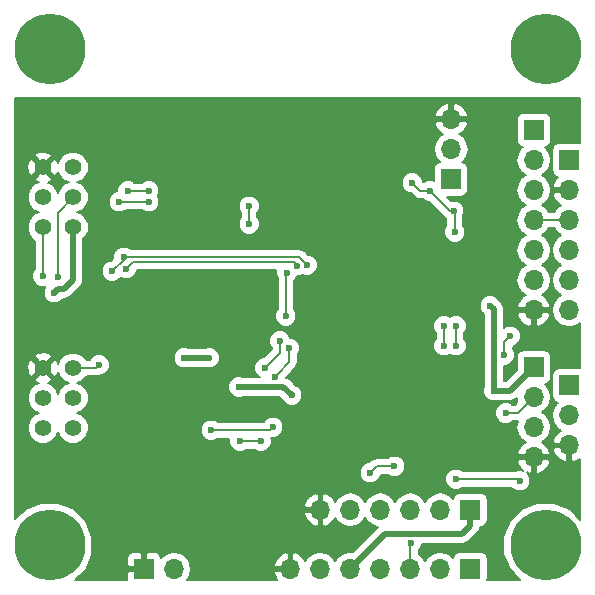
<source format=gbl>
G04 #@! TF.FileFunction,Copper,L2,Bot,Signal*
%FSLAX46Y46*%
G04 Gerber Fmt 4.6, Leading zero omitted, Abs format (unit mm)*
G04 Created by KiCad (PCBNEW 4.0.2+dfsg1-stable) date Sa 30 Sep 2017 16:39:42 CEST*
%MOMM*%
G01*
G04 APERTURE LIST*
%ADD10C,0.100000*%
%ADD11C,6.000000*%
%ADD12R,1.700000X1.700000*%
%ADD13O,1.700000X1.700000*%
%ADD14C,1.422400*%
%ADD15C,0.600000*%
%ADD16C,0.500000*%
%ADD17C,0.200000*%
G04 APERTURE END LIST*
D10*
D11*
X104000000Y-54000000D03*
X146000000Y-54000000D03*
X146000000Y-96000000D03*
X104000000Y-96000000D03*
D12*
X138000000Y-65000000D03*
D13*
X138000000Y-62460000D03*
X138000000Y-59920000D03*
D12*
X148000000Y-82460000D03*
D13*
X148000000Y-85000000D03*
X148000000Y-87540000D03*
D12*
X145000000Y-80920000D03*
D13*
X145000000Y-83460000D03*
X145000000Y-86000000D03*
X145000000Y-88540000D03*
D12*
X148000000Y-63380000D03*
D13*
X148000000Y-65920000D03*
X148000000Y-68460000D03*
X148000000Y-71000000D03*
X148000000Y-73540000D03*
X148000000Y-76080000D03*
D12*
X145000000Y-60840000D03*
D13*
X145000000Y-63380000D03*
X145000000Y-65920000D03*
X145000000Y-68460000D03*
X145000000Y-71000000D03*
X145000000Y-73540000D03*
X145000000Y-76080000D03*
D12*
X139620000Y-93000000D03*
D13*
X137080000Y-93000000D03*
X134540000Y-93000000D03*
X132000000Y-93000000D03*
X129460000Y-93000000D03*
X126920000Y-93000000D03*
D12*
X139620000Y-98000000D03*
D13*
X137080000Y-98000000D03*
X134540000Y-98000000D03*
X132000000Y-98000000D03*
X129460000Y-98000000D03*
X126920000Y-98000000D03*
X124380000Y-98000000D03*
D12*
X112000000Y-98000000D03*
D13*
X114540000Y-98000000D03*
D14*
X106000000Y-69080000D03*
X103460000Y-69080000D03*
X106000000Y-66540000D03*
X103460000Y-66540000D03*
X106000000Y-64000000D03*
X103460000Y-64000000D03*
X106000000Y-86080000D03*
X103460000Y-86080000D03*
X106000000Y-83540000D03*
X103460000Y-83540000D03*
X106000000Y-81000000D03*
X103460000Y-81000000D03*
D15*
X118000000Y-95800000D03*
X117300000Y-89200000D03*
X135400000Y-73300000D03*
X133900000Y-74400000D03*
X114600000Y-75100000D03*
X119500000Y-96000000D03*
X110000000Y-94100000D03*
X114000000Y-85100000D03*
X114300000Y-59000000D03*
X141300000Y-75700000D03*
X141600000Y-82900000D03*
X124500000Y-83300000D03*
X120000000Y-82600000D03*
X104400000Y-74600000D03*
X115399980Y-80100000D03*
X117500000Y-80100000D03*
X137400000Y-77400000D03*
X137400000Y-79100000D03*
X103400000Y-73200000D03*
X110599969Y-66000000D03*
X112400020Y-66000000D03*
X142599991Y-84789771D03*
X138300000Y-69500000D03*
X138400000Y-77400000D03*
X138400000Y-79100000D03*
X138200000Y-67700000D03*
X134700000Y-65300000D03*
X136200000Y-66000000D03*
X134600000Y-95799980D03*
X104700000Y-73300000D03*
X112400020Y-66900000D03*
X109900000Y-66900000D03*
X142500000Y-79899980D03*
X110474272Y-72574285D03*
X124975722Y-72324278D03*
X143000000Y-78300000D03*
X143800031Y-90523055D03*
X138400000Y-90400000D03*
X108200000Y-80700000D03*
X109300000Y-72800000D03*
X110300000Y-71600000D03*
X125800000Y-72300000D03*
X131142872Y-89857128D03*
X133200000Y-89300000D03*
X120900000Y-68800000D03*
X120900000Y-67300000D03*
X123042872Y-81757128D03*
X122900020Y-86000000D03*
X124100000Y-72900020D03*
X124000000Y-76600000D03*
X117705083Y-86254765D03*
X124300000Y-79300000D03*
X122242872Y-80957128D03*
X120100000Y-87200000D03*
X121900000Y-87200000D03*
X123500000Y-78700000D03*
D16*
X139620000Y-94350000D02*
X139620000Y-93000000D01*
X129460000Y-98000000D02*
X132410022Y-95049978D01*
X138920022Y-95049978D02*
X139620000Y-94350000D01*
X132410022Y-95049978D02*
X138920022Y-95049978D01*
X141600000Y-82900000D02*
X141600000Y-76000000D01*
X141600000Y-76000000D02*
X141300000Y-75700000D01*
X141600000Y-82900000D02*
X143020000Y-82900000D01*
X143020000Y-82900000D02*
X145000000Y-80920000D01*
X120000000Y-82600000D02*
X123800000Y-82600000D01*
X123800000Y-82600000D02*
X124500000Y-83300000D01*
X105199999Y-74300001D02*
X106000000Y-73500000D01*
X106000000Y-73500000D02*
X106000000Y-69080000D01*
X104400000Y-74600000D02*
X104699999Y-74300001D01*
X104699999Y-74300001D02*
X105199999Y-74300001D01*
X117500000Y-80100000D02*
X115399980Y-80100000D01*
D17*
X137400000Y-79100000D02*
X137400000Y-77400000D01*
X145000000Y-68460000D02*
X148000000Y-68460000D01*
X103460000Y-69080000D02*
X103460000Y-73140000D01*
X103460000Y-73140000D02*
X103400000Y-73200000D01*
X112400020Y-66000000D02*
X110599969Y-66000000D01*
X145000000Y-83460000D02*
X143670229Y-84789771D01*
X143024255Y-84789771D02*
X142599991Y-84789771D01*
X143670229Y-84789771D02*
X143024255Y-84789771D01*
X138300000Y-69500000D02*
X138300000Y-67800000D01*
X138300000Y-67800000D02*
X138200000Y-67700000D01*
X138400000Y-79100000D02*
X138400000Y-77400000D01*
X136200000Y-66000000D02*
X137900000Y-67700000D01*
X137900000Y-67700000D02*
X138200000Y-67700000D01*
X136200000Y-66000000D02*
X135400000Y-66000000D01*
X135400000Y-66000000D02*
X134700000Y-65300000D01*
X134540000Y-98000000D02*
X134540000Y-95859980D01*
X134540000Y-95859980D02*
X134600000Y-95799980D01*
X106000000Y-66540000D02*
X104700000Y-67840000D01*
X104700000Y-67840000D02*
X104700000Y-73300000D01*
X109900000Y-66900000D02*
X112400020Y-66900000D01*
X142500000Y-79475716D02*
X142500000Y-79899980D01*
X143000000Y-78300000D02*
X142500000Y-78800000D01*
X142500000Y-78800000D02*
X142500000Y-79475716D01*
X110774271Y-72274286D02*
X110474272Y-72574285D01*
X124975722Y-72324278D02*
X124675723Y-72024279D01*
X111024278Y-72024279D02*
X110774271Y-72274286D01*
X124675723Y-72024279D02*
X111024278Y-72024279D01*
X143676976Y-90400000D02*
X143800031Y-90523055D01*
X138400000Y-90400000D02*
X143676976Y-90400000D01*
X108200000Y-80700000D02*
X107900000Y-81000000D01*
X107900000Y-81000000D02*
X106000000Y-81000000D01*
X110300000Y-71600000D02*
X110300000Y-71800000D01*
X110300000Y-71800000D02*
X109300000Y-72800000D01*
X125800000Y-72300000D02*
X125100000Y-71600000D01*
X125100000Y-71600000D02*
X110300000Y-71600000D01*
X131700000Y-89300000D02*
X131442871Y-89557129D01*
X133200000Y-89300000D02*
X131700000Y-89300000D01*
X131442871Y-89557129D02*
X131142872Y-89857128D01*
X120900000Y-67300000D02*
X120900000Y-68800000D01*
X124300000Y-80500000D02*
X123342871Y-81457129D01*
X124300000Y-79300000D02*
X124300000Y-80500000D01*
X123342871Y-81457129D02*
X123042872Y-81757128D01*
X117705083Y-86254765D02*
X122645255Y-86254765D01*
X122645255Y-86254765D02*
X122900020Y-86000000D01*
X124000000Y-73000020D02*
X124100000Y-72900020D01*
X124000000Y-76600000D02*
X124000000Y-73000020D01*
X123500000Y-78700000D02*
X123500000Y-79700000D01*
X123500000Y-79700000D02*
X122542871Y-80657129D01*
X122542871Y-80657129D02*
X122242872Y-80957128D01*
X121900000Y-87200000D02*
X120100000Y-87200000D01*
G36*
X148900000Y-61928371D02*
X148850000Y-61918246D01*
X147150000Y-61918246D01*
X146927654Y-61960083D01*
X146723442Y-62091490D01*
X146586444Y-62291993D01*
X146538246Y-62530000D01*
X146538246Y-64230000D01*
X146580083Y-64452346D01*
X146711490Y-64656558D01*
X146911993Y-64793556D01*
X147059391Y-64823405D01*
X146736523Y-65192384D01*
X146592097Y-65541090D01*
X146703111Y-65766000D01*
X147846000Y-65766000D01*
X147846000Y-65746000D01*
X148154000Y-65746000D01*
X148154000Y-65766000D01*
X148174000Y-65766000D01*
X148174000Y-66074000D01*
X148154000Y-66074000D01*
X148154000Y-66094000D01*
X147846000Y-66094000D01*
X147846000Y-66074000D01*
X146703111Y-66074000D01*
X146592097Y-66298910D01*
X146736523Y-66647616D01*
X147111146Y-67075741D01*
X147325132Y-67181560D01*
X146946288Y-67434695D01*
X146728927Y-67760000D01*
X146271073Y-67760000D01*
X146053712Y-67434695D01*
X145687499Y-67190000D01*
X146053712Y-66945305D01*
X146368032Y-66474891D01*
X146478407Y-65920000D01*
X146368032Y-65365109D01*
X146053712Y-64894695D01*
X145687499Y-64650000D01*
X146053712Y-64405305D01*
X146368032Y-63934891D01*
X146478407Y-63380000D01*
X146368032Y-62825109D01*
X146053712Y-62354695D01*
X145947128Y-62283478D01*
X146072346Y-62259917D01*
X146276558Y-62128510D01*
X146413556Y-61928007D01*
X146461754Y-61690000D01*
X146461754Y-59990000D01*
X146419917Y-59767654D01*
X146288510Y-59563442D01*
X146088007Y-59426444D01*
X145850000Y-59378246D01*
X144150000Y-59378246D01*
X143927654Y-59420083D01*
X143723442Y-59551490D01*
X143586444Y-59751993D01*
X143538246Y-59990000D01*
X143538246Y-61690000D01*
X143580083Y-61912346D01*
X143711490Y-62116558D01*
X143911993Y-62253556D01*
X144054472Y-62282409D01*
X143946288Y-62354695D01*
X143631968Y-62825109D01*
X143521593Y-63380000D01*
X143631968Y-63934891D01*
X143946288Y-64405305D01*
X144312501Y-64650000D01*
X143946288Y-64894695D01*
X143631968Y-65365109D01*
X143521593Y-65920000D01*
X143631968Y-66474891D01*
X143946288Y-66945305D01*
X144312501Y-67190000D01*
X143946288Y-67434695D01*
X143631968Y-67905109D01*
X143521593Y-68460000D01*
X143631968Y-69014891D01*
X143946288Y-69485305D01*
X144312501Y-69730000D01*
X143946288Y-69974695D01*
X143631968Y-70445109D01*
X143521593Y-71000000D01*
X143631968Y-71554891D01*
X143946288Y-72025305D01*
X144312501Y-72270000D01*
X143946288Y-72514695D01*
X143631968Y-72985109D01*
X143521593Y-73540000D01*
X143631968Y-74094891D01*
X143946288Y-74565305D01*
X144325132Y-74818440D01*
X144111146Y-74924259D01*
X143736523Y-75352384D01*
X143592097Y-75701090D01*
X143703111Y-75926000D01*
X144846000Y-75926000D01*
X144846000Y-75906000D01*
X145154000Y-75906000D01*
X145154000Y-75926000D01*
X146296889Y-75926000D01*
X146407903Y-75701090D01*
X146263477Y-75352384D01*
X145888854Y-74924259D01*
X145674868Y-74818440D01*
X146053712Y-74565305D01*
X146368032Y-74094891D01*
X146478407Y-73540000D01*
X146368032Y-72985109D01*
X146053712Y-72514695D01*
X145687499Y-72270000D01*
X146053712Y-72025305D01*
X146368032Y-71554891D01*
X146478407Y-71000000D01*
X146368032Y-70445109D01*
X146053712Y-69974695D01*
X145687499Y-69730000D01*
X146053712Y-69485305D01*
X146271073Y-69160000D01*
X146728927Y-69160000D01*
X146946288Y-69485305D01*
X147312501Y-69730000D01*
X146946288Y-69974695D01*
X146631968Y-70445109D01*
X146521593Y-71000000D01*
X146631968Y-71554891D01*
X146946288Y-72025305D01*
X147312501Y-72270000D01*
X146946288Y-72514695D01*
X146631968Y-72985109D01*
X146521593Y-73540000D01*
X146631968Y-74094891D01*
X146946288Y-74565305D01*
X147312501Y-74810000D01*
X146946288Y-75054695D01*
X146631968Y-75525109D01*
X146521593Y-76080000D01*
X146631968Y-76634891D01*
X146946288Y-77105305D01*
X147416702Y-77419625D01*
X147971593Y-77530000D01*
X148028407Y-77530000D01*
X148583298Y-77419625D01*
X148900000Y-77208012D01*
X148900000Y-81008371D01*
X148850000Y-80998246D01*
X147150000Y-80998246D01*
X146927654Y-81040083D01*
X146723442Y-81171490D01*
X146586444Y-81371993D01*
X146538246Y-81610000D01*
X146538246Y-83310000D01*
X146580083Y-83532346D01*
X146711490Y-83736558D01*
X146911993Y-83873556D01*
X147054472Y-83902409D01*
X146946288Y-83974695D01*
X146631968Y-84445109D01*
X146521593Y-85000000D01*
X146631968Y-85554891D01*
X146946288Y-86025305D01*
X147325132Y-86278440D01*
X147111146Y-86384259D01*
X146736523Y-86812384D01*
X146592097Y-87161090D01*
X146703111Y-87386000D01*
X147846000Y-87386000D01*
X147846000Y-87366000D01*
X148154000Y-87366000D01*
X148154000Y-87386000D01*
X148174000Y-87386000D01*
X148174000Y-87694000D01*
X148154000Y-87694000D01*
X148154000Y-88837856D01*
X148378911Y-88947915D01*
X148888854Y-88695741D01*
X148900000Y-88683003D01*
X148900000Y-93809448D01*
X148041899Y-92949848D01*
X146719226Y-92400626D01*
X145287057Y-92399377D01*
X143963428Y-92946289D01*
X142949848Y-93958101D01*
X142400626Y-95280774D01*
X142399377Y-96712943D01*
X142946289Y-98036572D01*
X143808211Y-98900000D01*
X141071629Y-98900000D01*
X141081754Y-98850000D01*
X141081754Y-97150000D01*
X141039917Y-96927654D01*
X140908510Y-96723442D01*
X140708007Y-96586444D01*
X140470000Y-96538246D01*
X138770000Y-96538246D01*
X138547654Y-96580083D01*
X138343442Y-96711490D01*
X138206444Y-96911993D01*
X138177591Y-97054472D01*
X138105305Y-96946288D01*
X137634891Y-96631968D01*
X137080000Y-96521593D01*
X136525109Y-96631968D01*
X136054695Y-96946288D01*
X135810000Y-97312501D01*
X135565305Y-96946288D01*
X135240000Y-96728927D01*
X135240000Y-96432779D01*
X135362538Y-96310455D01*
X135499843Y-95979786D01*
X135499913Y-95899978D01*
X138920022Y-95899978D01*
X139245303Y-95835276D01*
X139521063Y-95651019D01*
X140221038Y-94951043D01*
X140221041Y-94951041D01*
X140405298Y-94675281D01*
X140447771Y-94461754D01*
X140470000Y-94461754D01*
X140692346Y-94419917D01*
X140896558Y-94288510D01*
X141033556Y-94088007D01*
X141081754Y-93850000D01*
X141081754Y-92150000D01*
X141039917Y-91927654D01*
X140908510Y-91723442D01*
X140708007Y-91586444D01*
X140470000Y-91538246D01*
X138770000Y-91538246D01*
X138547654Y-91580083D01*
X138343442Y-91711490D01*
X138206444Y-91911993D01*
X138177591Y-92054472D01*
X138105305Y-91946288D01*
X137634891Y-91631968D01*
X137080000Y-91521593D01*
X136525109Y-91631968D01*
X136054695Y-91946288D01*
X135810000Y-92312501D01*
X135565305Y-91946288D01*
X135094891Y-91631968D01*
X134540000Y-91521593D01*
X133985109Y-91631968D01*
X133514695Y-91946288D01*
X133270000Y-92312501D01*
X133025305Y-91946288D01*
X132554891Y-91631968D01*
X132000000Y-91521593D01*
X131445109Y-91631968D01*
X130974695Y-91946288D01*
X130730000Y-92312501D01*
X130485305Y-91946288D01*
X130014891Y-91631968D01*
X129460000Y-91521593D01*
X128905109Y-91631968D01*
X128434695Y-91946288D01*
X128181560Y-92325132D01*
X128075741Y-92111146D01*
X127647616Y-91736523D01*
X127298910Y-91592097D01*
X127074000Y-91703111D01*
X127074000Y-92846000D01*
X127094000Y-92846000D01*
X127094000Y-93154000D01*
X127074000Y-93154000D01*
X127074000Y-94296889D01*
X127298910Y-94407903D01*
X127647616Y-94263477D01*
X128075741Y-93888854D01*
X128181560Y-93674868D01*
X128434695Y-94053712D01*
X128905109Y-94368032D01*
X129460000Y-94478407D01*
X130014891Y-94368032D01*
X130485305Y-94053712D01*
X130730000Y-93687499D01*
X130974695Y-94053712D01*
X131445109Y-94368032D01*
X131818814Y-94442367D01*
X131808981Y-94448937D01*
X129690480Y-96567438D01*
X129460000Y-96521593D01*
X128905109Y-96631968D01*
X128434695Y-96946288D01*
X128190000Y-97312501D01*
X127945305Y-96946288D01*
X127474891Y-96631968D01*
X126920000Y-96521593D01*
X126365109Y-96631968D01*
X125894695Y-96946288D01*
X125641560Y-97325132D01*
X125535741Y-97111146D01*
X125107616Y-96736523D01*
X124758910Y-96592097D01*
X124534000Y-96703111D01*
X124534000Y-97846000D01*
X124554000Y-97846000D01*
X124554000Y-98154000D01*
X124534000Y-98154000D01*
X124534000Y-98174000D01*
X124226000Y-98174000D01*
X124226000Y-98154000D01*
X123082144Y-98154000D01*
X122972085Y-98378911D01*
X123224259Y-98888854D01*
X123236997Y-98900000D01*
X115668012Y-98900000D01*
X115879625Y-98583298D01*
X115990000Y-98028407D01*
X115990000Y-97971593D01*
X115920281Y-97621089D01*
X122972085Y-97621089D01*
X123082144Y-97846000D01*
X124226000Y-97846000D01*
X124226000Y-96703111D01*
X124001090Y-96592097D01*
X123652384Y-96736523D01*
X123224259Y-97111146D01*
X122972085Y-97621089D01*
X115920281Y-97621089D01*
X115879625Y-97416702D01*
X115565305Y-96946288D01*
X115094891Y-96631968D01*
X114540000Y-96521593D01*
X113985109Y-96631968D01*
X113514695Y-96946288D01*
X113458000Y-97031138D01*
X113458000Y-97029061D01*
X113365437Y-96805595D01*
X113194404Y-96634562D01*
X112970938Y-96542000D01*
X112306000Y-96542000D01*
X112154000Y-96694000D01*
X112154000Y-97846000D01*
X112174000Y-97846000D01*
X112174000Y-98154000D01*
X112154000Y-98154000D01*
X112154000Y-98174000D01*
X111846000Y-98174000D01*
X111846000Y-98154000D01*
X110694000Y-98154000D01*
X110542000Y-98306000D01*
X110542000Y-98900000D01*
X106190552Y-98900000D01*
X107050152Y-98041899D01*
X107470719Y-97029061D01*
X110542000Y-97029061D01*
X110542000Y-97694000D01*
X110694000Y-97846000D01*
X111846000Y-97846000D01*
X111846000Y-96694000D01*
X111694000Y-96542000D01*
X111029062Y-96542000D01*
X110805596Y-96634562D01*
X110634563Y-96805595D01*
X110542000Y-97029061D01*
X107470719Y-97029061D01*
X107599374Y-96719226D01*
X107600623Y-95287057D01*
X107053711Y-93963428D01*
X106470214Y-93378911D01*
X125512085Y-93378911D01*
X125764259Y-93888854D01*
X126192384Y-94263477D01*
X126541090Y-94407903D01*
X126766000Y-94296889D01*
X126766000Y-93154000D01*
X125622144Y-93154000D01*
X125512085Y-93378911D01*
X106470214Y-93378911D01*
X106041899Y-92949848D01*
X105250160Y-92621089D01*
X125512085Y-92621089D01*
X125622144Y-92846000D01*
X126766000Y-92846000D01*
X126766000Y-91703111D01*
X126541090Y-91592097D01*
X126192384Y-91736523D01*
X125764259Y-92111146D01*
X125512085Y-92621089D01*
X105250160Y-92621089D01*
X104719226Y-92400626D01*
X103287057Y-92399377D01*
X101963428Y-92946289D01*
X101100000Y-93808211D01*
X101100000Y-90035364D01*
X130242716Y-90035364D01*
X130379444Y-90366271D01*
X130632397Y-90619666D01*
X130963066Y-90756971D01*
X131321108Y-90757284D01*
X131652015Y-90620556D01*
X131694408Y-90578236D01*
X137499844Y-90578236D01*
X137636572Y-90909143D01*
X137889525Y-91162538D01*
X138220194Y-91299843D01*
X138578236Y-91300156D01*
X138909143Y-91163428D01*
X138972682Y-91100000D01*
X143104287Y-91100000D01*
X143289556Y-91285593D01*
X143620225Y-91422898D01*
X143978267Y-91423211D01*
X144309174Y-91286483D01*
X144562569Y-91033530D01*
X144699874Y-90702861D01*
X144700187Y-90344819D01*
X144563459Y-90013912D01*
X144377162Y-89827290D01*
X144621089Y-89947915D01*
X144846000Y-89837856D01*
X144846000Y-88694000D01*
X145154000Y-88694000D01*
X145154000Y-89837856D01*
X145378911Y-89947915D01*
X145888854Y-89695741D01*
X146263477Y-89267616D01*
X146407903Y-88918910D01*
X146296889Y-88694000D01*
X145154000Y-88694000D01*
X144846000Y-88694000D01*
X143703111Y-88694000D01*
X143592097Y-88918910D01*
X143736523Y-89267616D01*
X144086400Y-89667460D01*
X143979837Y-89623212D01*
X143621795Y-89622899D01*
X143435196Y-89700000D01*
X138972904Y-89700000D01*
X138910475Y-89637462D01*
X138579806Y-89500157D01*
X138221764Y-89499844D01*
X137890857Y-89636572D01*
X137637462Y-89889525D01*
X137500157Y-90220194D01*
X137499844Y-90578236D01*
X131694408Y-90578236D01*
X131905410Y-90367603D01*
X132042715Y-90036934D01*
X132042747Y-90000000D01*
X132627096Y-90000000D01*
X132689525Y-90062538D01*
X133020194Y-90199843D01*
X133378236Y-90200156D01*
X133709143Y-90063428D01*
X133962538Y-89810475D01*
X134099843Y-89479806D01*
X134100156Y-89121764D01*
X133963428Y-88790857D01*
X133710475Y-88537462D01*
X133379806Y-88400157D01*
X133021764Y-88399844D01*
X132690857Y-88536572D01*
X132627318Y-88600000D01*
X131700000Y-88600000D01*
X131432122Y-88653284D01*
X131228222Y-88789525D01*
X131205025Y-88805025D01*
X131053001Y-88957049D01*
X130964636Y-88956972D01*
X130633729Y-89093700D01*
X130380334Y-89346653D01*
X130243029Y-89677322D01*
X130242716Y-90035364D01*
X101100000Y-90035364D01*
X101100000Y-83799670D01*
X102148573Y-83799670D01*
X102347771Y-84281765D01*
X102716295Y-84650933D01*
X103099719Y-84810145D01*
X102718235Y-84967771D01*
X102349067Y-85336295D01*
X102149028Y-85818042D01*
X102148573Y-86339670D01*
X102347771Y-86821765D01*
X102716295Y-87190933D01*
X103198042Y-87390972D01*
X103719670Y-87391427D01*
X104201765Y-87192229D01*
X104570933Y-86823705D01*
X104730145Y-86440281D01*
X104887771Y-86821765D01*
X105256295Y-87190933D01*
X105738042Y-87390972D01*
X106259670Y-87391427D01*
X106741765Y-87192229D01*
X107110933Y-86823705D01*
X107273167Y-86433001D01*
X116804927Y-86433001D01*
X116941655Y-86763908D01*
X117194608Y-87017303D01*
X117525277Y-87154608D01*
X117883319Y-87154921D01*
X118214226Y-87018193D01*
X118277765Y-86954765D01*
X119227325Y-86954765D01*
X119200157Y-87020194D01*
X119199844Y-87378236D01*
X119336572Y-87709143D01*
X119589525Y-87962538D01*
X119920194Y-88099843D01*
X120278236Y-88100156D01*
X120609143Y-87963428D01*
X120672682Y-87900000D01*
X121327096Y-87900000D01*
X121389525Y-87962538D01*
X121720194Y-88099843D01*
X122078236Y-88100156D01*
X122409143Y-87963428D01*
X122662538Y-87710475D01*
X122799843Y-87379806D01*
X122800156Y-87021764D01*
X122762811Y-86931382D01*
X122913134Y-86901481D01*
X122915330Y-86900014D01*
X123078256Y-86900156D01*
X123409163Y-86763428D01*
X123662558Y-86510475D01*
X123799863Y-86179806D01*
X123800176Y-85821764D01*
X123663448Y-85490857D01*
X123410495Y-85237462D01*
X123079826Y-85100157D01*
X122721784Y-85099844D01*
X122390877Y-85236572D01*
X122137482Y-85489525D01*
X122110392Y-85554765D01*
X118277987Y-85554765D01*
X118215558Y-85492227D01*
X117884889Y-85354922D01*
X117526847Y-85354609D01*
X117195940Y-85491337D01*
X116942545Y-85744290D01*
X116805240Y-86074959D01*
X116804927Y-86433001D01*
X107273167Y-86433001D01*
X107310972Y-86341958D01*
X107311427Y-85820330D01*
X107112229Y-85338235D01*
X106743705Y-84969067D01*
X106360281Y-84809855D01*
X106741765Y-84652229D01*
X107110933Y-84283705D01*
X107310972Y-83801958D01*
X107311427Y-83280330D01*
X107112229Y-82798235D01*
X107092265Y-82778236D01*
X119099844Y-82778236D01*
X119236572Y-83109143D01*
X119489525Y-83362538D01*
X119820194Y-83499843D01*
X120178236Y-83500156D01*
X120299623Y-83450000D01*
X123447918Y-83450000D01*
X123686938Y-83689019D01*
X123736572Y-83809143D01*
X123989525Y-84062538D01*
X124320194Y-84199843D01*
X124678236Y-84200156D01*
X125009143Y-84063428D01*
X125262538Y-83810475D01*
X125399843Y-83479806D01*
X125400156Y-83121764D01*
X125263428Y-82790857D01*
X125010475Y-82537462D01*
X124889176Y-82487094D01*
X124401041Y-81998959D01*
X124125281Y-81814702D01*
X124000140Y-81789810D01*
X124794975Y-80994975D01*
X124946716Y-80767879D01*
X125000000Y-80500000D01*
X125000000Y-79872904D01*
X125062538Y-79810475D01*
X125199843Y-79479806D01*
X125200156Y-79121764D01*
X125063428Y-78790857D01*
X124810475Y-78537462D01*
X124479806Y-78400157D01*
X124349862Y-78400043D01*
X124263428Y-78190857D01*
X124010475Y-77937462D01*
X123679806Y-77800157D01*
X123321764Y-77799844D01*
X122990857Y-77936572D01*
X122737462Y-78189525D01*
X122600157Y-78520194D01*
X122599844Y-78878236D01*
X122736572Y-79209143D01*
X122800000Y-79272682D01*
X122800000Y-79410050D01*
X122153001Y-80057049D01*
X122064636Y-80056972D01*
X121733729Y-80193700D01*
X121480334Y-80446653D01*
X121343029Y-80777322D01*
X121342716Y-81135364D01*
X121479444Y-81466271D01*
X121732397Y-81719666D01*
X121805450Y-81750000D01*
X120299842Y-81750000D01*
X120179806Y-81700157D01*
X119821764Y-81699844D01*
X119490857Y-81836572D01*
X119237462Y-82089525D01*
X119100157Y-82420194D01*
X119099844Y-82778236D01*
X107092265Y-82778236D01*
X106743705Y-82429067D01*
X106360281Y-82269855D01*
X106741765Y-82112229D01*
X107110933Y-81743705D01*
X107129081Y-81700000D01*
X107900000Y-81700000D01*
X108167879Y-81646716D01*
X108237745Y-81600033D01*
X108378236Y-81600156D01*
X108709143Y-81463428D01*
X108962538Y-81210475D01*
X109099843Y-80879806D01*
X109100156Y-80521764D01*
X108999533Y-80278236D01*
X114499824Y-80278236D01*
X114636552Y-80609143D01*
X114889505Y-80862538D01*
X115220174Y-80999843D01*
X115578216Y-81000156D01*
X115699603Y-80950000D01*
X117200158Y-80950000D01*
X117320194Y-80999843D01*
X117678236Y-81000156D01*
X118009143Y-80863428D01*
X118262538Y-80610475D01*
X118399843Y-80279806D01*
X118400156Y-79921764D01*
X118263428Y-79590857D01*
X118010475Y-79337462D01*
X117679806Y-79200157D01*
X117321764Y-79199844D01*
X117200377Y-79250000D01*
X115699822Y-79250000D01*
X115579786Y-79200157D01*
X115221744Y-79199844D01*
X114890837Y-79336572D01*
X114637442Y-79589525D01*
X114500137Y-79920194D01*
X114499824Y-80278236D01*
X108999533Y-80278236D01*
X108963428Y-80190857D01*
X108710475Y-79937462D01*
X108379806Y-79800157D01*
X108021764Y-79799844D01*
X107690857Y-79936572D01*
X107437462Y-80189525D01*
X107391589Y-80300000D01*
X107129486Y-80300000D01*
X107112229Y-80258235D01*
X106743705Y-79889067D01*
X106261958Y-79689028D01*
X105740330Y-79688573D01*
X105258235Y-79887771D01*
X104889067Y-80256295D01*
X104742949Y-80608186D01*
X104631527Y-80339190D01*
X104405447Y-80272342D01*
X103677789Y-81000000D01*
X104405447Y-81727658D01*
X104631527Y-81660810D01*
X104730172Y-81360347D01*
X104887771Y-81741765D01*
X105256295Y-82110933D01*
X105639719Y-82270145D01*
X105258235Y-82427771D01*
X104889067Y-82796295D01*
X104729855Y-83179719D01*
X104572229Y-82798235D01*
X104203705Y-82429067D01*
X103851814Y-82282949D01*
X104120810Y-82171527D01*
X104187658Y-81945447D01*
X103460000Y-81217789D01*
X102732342Y-81945447D01*
X102799190Y-82171527D01*
X103099653Y-82270172D01*
X102718235Y-82427771D01*
X102349067Y-82796295D01*
X102149028Y-83278042D01*
X102148573Y-83799670D01*
X101100000Y-83799670D01*
X101100000Y-80837815D01*
X102124769Y-80837815D01*
X102164342Y-81361131D01*
X102288473Y-81660810D01*
X102514553Y-81727658D01*
X103242211Y-81000000D01*
X102514553Y-80272342D01*
X102288473Y-80339190D01*
X102124769Y-80837815D01*
X101100000Y-80837815D01*
X101100000Y-80054553D01*
X102732342Y-80054553D01*
X103460000Y-80782211D01*
X104187658Y-80054553D01*
X104120810Y-79828473D01*
X103622185Y-79664769D01*
X103098869Y-79704342D01*
X102799190Y-79828473D01*
X102732342Y-80054553D01*
X101100000Y-80054553D01*
X101100000Y-77578236D01*
X136499844Y-77578236D01*
X136636572Y-77909143D01*
X136700000Y-77972682D01*
X136700000Y-78527096D01*
X136637462Y-78589525D01*
X136500157Y-78920194D01*
X136499844Y-79278236D01*
X136636572Y-79609143D01*
X136889525Y-79862538D01*
X137220194Y-79999843D01*
X137578236Y-80000156D01*
X137900384Y-79867047D01*
X138220194Y-79999843D01*
X138578236Y-80000156D01*
X138909143Y-79863428D01*
X139162538Y-79610475D01*
X139299843Y-79279806D01*
X139300156Y-78921764D01*
X139163428Y-78590857D01*
X139100000Y-78527318D01*
X139100000Y-77972904D01*
X139162538Y-77910475D01*
X139299843Y-77579806D01*
X139300156Y-77221764D01*
X139163428Y-76890857D01*
X138910475Y-76637462D01*
X138579806Y-76500157D01*
X138221764Y-76499844D01*
X137899616Y-76632953D01*
X137579806Y-76500157D01*
X137221764Y-76499844D01*
X136890857Y-76636572D01*
X136637462Y-76889525D01*
X136500157Y-77220194D01*
X136499844Y-77578236D01*
X101100000Y-77578236D01*
X101100000Y-66799670D01*
X102148573Y-66799670D01*
X102347771Y-67281765D01*
X102716295Y-67650933D01*
X103099719Y-67810145D01*
X102718235Y-67967771D01*
X102349067Y-68336295D01*
X102149028Y-68818042D01*
X102148573Y-69339670D01*
X102347771Y-69821765D01*
X102716295Y-70190933D01*
X102760000Y-70209081D01*
X102760000Y-72567201D01*
X102637462Y-72689525D01*
X102500157Y-73020194D01*
X102499844Y-73378236D01*
X102636572Y-73709143D01*
X102889525Y-73962538D01*
X103220194Y-74099843D01*
X103578236Y-74100156D01*
X103661119Y-74065910D01*
X103637462Y-74089525D01*
X103500157Y-74420194D01*
X103499844Y-74778236D01*
X103636572Y-75109143D01*
X103889525Y-75362538D01*
X104220194Y-75499843D01*
X104578236Y-75500156D01*
X104909143Y-75363428D01*
X105122943Y-75150001D01*
X105199999Y-75150001D01*
X105525280Y-75085299D01*
X105801040Y-74901042D01*
X106601041Y-74101041D01*
X106785298Y-73825281D01*
X106850000Y-73500000D01*
X106850000Y-72978236D01*
X108399844Y-72978236D01*
X108536572Y-73309143D01*
X108789525Y-73562538D01*
X109120194Y-73699843D01*
X109478236Y-73700156D01*
X109809143Y-73563428D01*
X110014891Y-73358039D01*
X110294466Y-73474128D01*
X110652508Y-73474441D01*
X110983415Y-73337713D01*
X111236810Y-73084760D01*
X111374115Y-72754091D01*
X111374141Y-72724279D01*
X123200153Y-72724279D01*
X123199844Y-73078256D01*
X123300000Y-73320652D01*
X123300000Y-76027096D01*
X123237462Y-76089525D01*
X123100157Y-76420194D01*
X123099844Y-76778236D01*
X123236572Y-77109143D01*
X123489525Y-77362538D01*
X123820194Y-77499843D01*
X124178236Y-77500156D01*
X124509143Y-77363428D01*
X124762538Y-77110475D01*
X124899843Y-76779806D01*
X124900156Y-76421764D01*
X124763428Y-76090857D01*
X124700000Y-76027318D01*
X124700000Y-75878236D01*
X140399844Y-75878236D01*
X140536572Y-76209143D01*
X140750000Y-76422944D01*
X140750000Y-82600158D01*
X140700157Y-82720194D01*
X140699844Y-83078236D01*
X140836572Y-83409143D01*
X141089525Y-83662538D01*
X141420194Y-83799843D01*
X141778236Y-83800156D01*
X141899623Y-83750000D01*
X143020000Y-83750000D01*
X143345281Y-83685298D01*
X143540466Y-83554880D01*
X143602633Y-83867417D01*
X143380279Y-84089771D01*
X143172895Y-84089771D01*
X143110466Y-84027233D01*
X142779797Y-83889928D01*
X142421755Y-83889615D01*
X142090848Y-84026343D01*
X141837453Y-84279296D01*
X141700148Y-84609965D01*
X141699835Y-84968007D01*
X141836563Y-85298914D01*
X142089516Y-85552309D01*
X142420185Y-85689614D01*
X142778227Y-85689927D01*
X143109134Y-85553199D01*
X143172673Y-85489771D01*
X143623084Y-85489771D01*
X143521593Y-86000000D01*
X143631968Y-86554891D01*
X143946288Y-87025305D01*
X144325132Y-87278440D01*
X144111146Y-87384259D01*
X143736523Y-87812384D01*
X143592097Y-88161090D01*
X143703111Y-88386000D01*
X144846000Y-88386000D01*
X144846000Y-88366000D01*
X145154000Y-88366000D01*
X145154000Y-88386000D01*
X146296889Y-88386000D01*
X146407903Y-88161090D01*
X146307598Y-87918910D01*
X146592097Y-87918910D01*
X146736523Y-88267616D01*
X147111146Y-88695741D01*
X147621089Y-88947915D01*
X147846000Y-88837856D01*
X147846000Y-87694000D01*
X146703111Y-87694000D01*
X146592097Y-87918910D01*
X146307598Y-87918910D01*
X146263477Y-87812384D01*
X145888854Y-87384259D01*
X145674868Y-87278440D01*
X146053712Y-87025305D01*
X146368032Y-86554891D01*
X146478407Y-86000000D01*
X146368032Y-85445109D01*
X146053712Y-84974695D01*
X145687499Y-84730000D01*
X146053712Y-84485305D01*
X146368032Y-84014891D01*
X146478407Y-83460000D01*
X146368032Y-82905109D01*
X146053712Y-82434695D01*
X145947128Y-82363478D01*
X146072346Y-82339917D01*
X146276558Y-82208510D01*
X146413556Y-82008007D01*
X146461754Y-81770000D01*
X146461754Y-80070000D01*
X146419917Y-79847654D01*
X146288510Y-79643442D01*
X146088007Y-79506444D01*
X145850000Y-79458246D01*
X144150000Y-79458246D01*
X143927654Y-79500083D01*
X143723442Y-79631490D01*
X143586444Y-79831993D01*
X143538246Y-80070000D01*
X143538246Y-81179672D01*
X142667918Y-82050000D01*
X142450000Y-82050000D01*
X142450000Y-80799936D01*
X142678236Y-80800136D01*
X143009143Y-80663408D01*
X143262538Y-80410455D01*
X143399843Y-80079786D01*
X143400156Y-79721744D01*
X143263428Y-79390837D01*
X143200000Y-79327298D01*
X143200000Y-79191163D01*
X143509143Y-79063428D01*
X143762538Y-78810475D01*
X143899843Y-78479806D01*
X143900156Y-78121764D01*
X143763428Y-77790857D01*
X143510475Y-77537462D01*
X143179806Y-77400157D01*
X142821764Y-77399844D01*
X142490857Y-77536572D01*
X142450000Y-77577358D01*
X142450000Y-76458910D01*
X143592097Y-76458910D01*
X143736523Y-76807616D01*
X144111146Y-77235741D01*
X144621089Y-77487915D01*
X144846000Y-77377856D01*
X144846000Y-76234000D01*
X145154000Y-76234000D01*
X145154000Y-77377856D01*
X145378911Y-77487915D01*
X145888854Y-77235741D01*
X146263477Y-76807616D01*
X146407903Y-76458910D01*
X146296889Y-76234000D01*
X145154000Y-76234000D01*
X144846000Y-76234000D01*
X143703111Y-76234000D01*
X143592097Y-76458910D01*
X142450000Y-76458910D01*
X142450000Y-76000000D01*
X142385298Y-75674719D01*
X142201041Y-75398959D01*
X142113062Y-75310980D01*
X142063428Y-75190857D01*
X141810475Y-74937462D01*
X141479806Y-74800157D01*
X141121764Y-74799844D01*
X140790857Y-74936572D01*
X140537462Y-75189525D01*
X140400157Y-75520194D01*
X140399844Y-75878236D01*
X124700000Y-75878236D01*
X124700000Y-73572749D01*
X124862538Y-73410495D01*
X124939875Y-73224247D01*
X125153958Y-73224434D01*
X125417335Y-73115609D01*
X125620194Y-73199843D01*
X125978236Y-73200156D01*
X126309143Y-73063428D01*
X126562538Y-72810475D01*
X126699843Y-72479806D01*
X126700156Y-72121764D01*
X126563428Y-71790857D01*
X126310475Y-71537462D01*
X125979806Y-71400157D01*
X125890028Y-71400079D01*
X125594975Y-71105025D01*
X125367879Y-70953284D01*
X125100000Y-70900000D01*
X110872904Y-70900000D01*
X110810475Y-70837462D01*
X110479806Y-70700157D01*
X110121764Y-70699844D01*
X109790857Y-70836572D01*
X109537462Y-71089525D01*
X109400157Y-71420194D01*
X109399904Y-71710147D01*
X109210129Y-71899921D01*
X109121764Y-71899844D01*
X108790857Y-72036572D01*
X108537462Y-72289525D01*
X108400157Y-72620194D01*
X108399844Y-72978236D01*
X106850000Y-72978236D01*
X106850000Y-70084183D01*
X107110933Y-69823705D01*
X107310972Y-69341958D01*
X107311427Y-68820330D01*
X107112229Y-68338235D01*
X106743705Y-67969067D01*
X106360281Y-67809855D01*
X106741765Y-67652229D01*
X107110933Y-67283705D01*
X107196251Y-67078236D01*
X108999844Y-67078236D01*
X109136572Y-67409143D01*
X109389525Y-67662538D01*
X109720194Y-67799843D01*
X110078236Y-67800156D01*
X110409143Y-67663428D01*
X110472682Y-67600000D01*
X111827116Y-67600000D01*
X111889545Y-67662538D01*
X112220214Y-67799843D01*
X112578256Y-67800156D01*
X112909163Y-67663428D01*
X113094678Y-67478236D01*
X119999844Y-67478236D01*
X120136572Y-67809143D01*
X120200000Y-67872682D01*
X120200000Y-68227096D01*
X120137462Y-68289525D01*
X120000157Y-68620194D01*
X119999844Y-68978236D01*
X120136572Y-69309143D01*
X120389525Y-69562538D01*
X120720194Y-69699843D01*
X121078236Y-69700156D01*
X121409143Y-69563428D01*
X121662538Y-69310475D01*
X121799843Y-68979806D01*
X121800156Y-68621764D01*
X121663428Y-68290857D01*
X121600000Y-68227318D01*
X121600000Y-67872904D01*
X121662538Y-67810475D01*
X121799843Y-67479806D01*
X121800156Y-67121764D01*
X121663428Y-66790857D01*
X121410475Y-66537462D01*
X121079806Y-66400157D01*
X120721764Y-66399844D01*
X120390857Y-66536572D01*
X120137462Y-66789525D01*
X120000157Y-67120194D01*
X119999844Y-67478236D01*
X113094678Y-67478236D01*
X113162558Y-67410475D01*
X113299863Y-67079806D01*
X113300176Y-66721764D01*
X113187778Y-66449739D01*
X113299863Y-66179806D01*
X113300176Y-65821764D01*
X113163448Y-65490857D01*
X113150850Y-65478236D01*
X133799844Y-65478236D01*
X133936572Y-65809143D01*
X134189525Y-66062538D01*
X134520194Y-66199843D01*
X134609972Y-66199921D01*
X134905023Y-66494972D01*
X134905025Y-66494975D01*
X135132122Y-66646716D01*
X135400000Y-66700000D01*
X135627096Y-66700000D01*
X135689525Y-66762538D01*
X136020194Y-66899843D01*
X136109971Y-66899921D01*
X137405025Y-68194975D01*
X137457291Y-68229898D01*
X137600000Y-68372857D01*
X137600000Y-68927096D01*
X137537462Y-68989525D01*
X137400157Y-69320194D01*
X137399844Y-69678236D01*
X137536572Y-70009143D01*
X137789525Y-70262538D01*
X138120194Y-70399843D01*
X138478236Y-70400156D01*
X138809143Y-70263428D01*
X139062538Y-70010475D01*
X139199843Y-69679806D01*
X139200156Y-69321764D01*
X139063428Y-68990857D01*
X139000000Y-68927318D01*
X139000000Y-68120256D01*
X139099843Y-67879806D01*
X139100156Y-67521764D01*
X138963428Y-67190857D01*
X138710475Y-66937462D01*
X138379806Y-66800157D01*
X138021764Y-66799844D01*
X137999141Y-66809191D01*
X137651704Y-66461754D01*
X138850000Y-66461754D01*
X139072346Y-66419917D01*
X139276558Y-66288510D01*
X139413556Y-66088007D01*
X139461754Y-65850000D01*
X139461754Y-64150000D01*
X139419917Y-63927654D01*
X139288510Y-63723442D01*
X139088007Y-63586444D01*
X138945528Y-63557591D01*
X139053712Y-63485305D01*
X139368032Y-63014891D01*
X139478407Y-62460000D01*
X139368032Y-61905109D01*
X139053712Y-61434695D01*
X138674868Y-61181560D01*
X138888854Y-61075741D01*
X139263477Y-60647616D01*
X139407903Y-60298910D01*
X139296889Y-60074000D01*
X138154000Y-60074000D01*
X138154000Y-60094000D01*
X137846000Y-60094000D01*
X137846000Y-60074000D01*
X136703111Y-60074000D01*
X136592097Y-60298910D01*
X136736523Y-60647616D01*
X137111146Y-61075741D01*
X137325132Y-61181560D01*
X136946288Y-61434695D01*
X136631968Y-61905109D01*
X136521593Y-62460000D01*
X136631968Y-63014891D01*
X136946288Y-63485305D01*
X137052872Y-63556522D01*
X136927654Y-63580083D01*
X136723442Y-63711490D01*
X136586444Y-63911993D01*
X136538246Y-64150000D01*
X136538246Y-65165947D01*
X136379806Y-65100157D01*
X136021764Y-65099844D01*
X135690857Y-65236572D01*
X135658661Y-65268712D01*
X135600079Y-65210129D01*
X135600156Y-65121764D01*
X135463428Y-64790857D01*
X135210475Y-64537462D01*
X134879806Y-64400157D01*
X134521764Y-64399844D01*
X134190857Y-64536572D01*
X133937462Y-64789525D01*
X133800157Y-65120194D01*
X133799844Y-65478236D01*
X113150850Y-65478236D01*
X112910495Y-65237462D01*
X112579826Y-65100157D01*
X112221784Y-65099844D01*
X111890877Y-65236572D01*
X111827338Y-65300000D01*
X111172873Y-65300000D01*
X111110444Y-65237462D01*
X110779775Y-65100157D01*
X110421733Y-65099844D01*
X110090826Y-65236572D01*
X109837431Y-65489525D01*
X109700126Y-65820194D01*
X109699961Y-66008853D01*
X109390857Y-66136572D01*
X109137462Y-66389525D01*
X109000157Y-66720194D01*
X108999844Y-67078236D01*
X107196251Y-67078236D01*
X107310972Y-66801958D01*
X107311427Y-66280330D01*
X107112229Y-65798235D01*
X106743705Y-65429067D01*
X106360281Y-65269855D01*
X106741765Y-65112229D01*
X107110933Y-64743705D01*
X107310972Y-64261958D01*
X107311427Y-63740330D01*
X107112229Y-63258235D01*
X106743705Y-62889067D01*
X106261958Y-62689028D01*
X105740330Y-62688573D01*
X105258235Y-62887771D01*
X104889067Y-63256295D01*
X104742949Y-63608186D01*
X104631527Y-63339190D01*
X104405447Y-63272342D01*
X103677789Y-64000000D01*
X104405447Y-64727658D01*
X104631527Y-64660810D01*
X104730172Y-64360347D01*
X104887771Y-64741765D01*
X105256295Y-65110933D01*
X105639719Y-65270145D01*
X105258235Y-65427771D01*
X104889067Y-65796295D01*
X104729855Y-66179719D01*
X104572229Y-65798235D01*
X104203705Y-65429067D01*
X103851814Y-65282949D01*
X104120810Y-65171527D01*
X104187658Y-64945447D01*
X103460000Y-64217789D01*
X102732342Y-64945447D01*
X102799190Y-65171527D01*
X103099653Y-65270172D01*
X102718235Y-65427771D01*
X102349067Y-65796295D01*
X102149028Y-66278042D01*
X102148573Y-66799670D01*
X101100000Y-66799670D01*
X101100000Y-63837815D01*
X102124769Y-63837815D01*
X102164342Y-64361131D01*
X102288473Y-64660810D01*
X102514553Y-64727658D01*
X103242211Y-64000000D01*
X102514553Y-63272342D01*
X102288473Y-63339190D01*
X102124769Y-63837815D01*
X101100000Y-63837815D01*
X101100000Y-63054553D01*
X102732342Y-63054553D01*
X103460000Y-63782211D01*
X104187658Y-63054553D01*
X104120810Y-62828473D01*
X103622185Y-62664769D01*
X103098869Y-62704342D01*
X102799190Y-62828473D01*
X102732342Y-63054553D01*
X101100000Y-63054553D01*
X101100000Y-59541090D01*
X136592097Y-59541090D01*
X136703111Y-59766000D01*
X137846000Y-59766000D01*
X137846000Y-58622144D01*
X138154000Y-58622144D01*
X138154000Y-59766000D01*
X139296889Y-59766000D01*
X139407903Y-59541090D01*
X139263477Y-59192384D01*
X138888854Y-58764259D01*
X138378911Y-58512085D01*
X138154000Y-58622144D01*
X137846000Y-58622144D01*
X137621089Y-58512085D01*
X137111146Y-58764259D01*
X136736523Y-59192384D01*
X136592097Y-59541090D01*
X101100000Y-59541090D01*
X101100000Y-58100000D01*
X148900000Y-58100000D01*
X148900000Y-61928371D01*
X148900000Y-61928371D01*
G37*
X148900000Y-61928371D02*
X148850000Y-61918246D01*
X147150000Y-61918246D01*
X146927654Y-61960083D01*
X146723442Y-62091490D01*
X146586444Y-62291993D01*
X146538246Y-62530000D01*
X146538246Y-64230000D01*
X146580083Y-64452346D01*
X146711490Y-64656558D01*
X146911993Y-64793556D01*
X147059391Y-64823405D01*
X146736523Y-65192384D01*
X146592097Y-65541090D01*
X146703111Y-65766000D01*
X147846000Y-65766000D01*
X147846000Y-65746000D01*
X148154000Y-65746000D01*
X148154000Y-65766000D01*
X148174000Y-65766000D01*
X148174000Y-66074000D01*
X148154000Y-66074000D01*
X148154000Y-66094000D01*
X147846000Y-66094000D01*
X147846000Y-66074000D01*
X146703111Y-66074000D01*
X146592097Y-66298910D01*
X146736523Y-66647616D01*
X147111146Y-67075741D01*
X147325132Y-67181560D01*
X146946288Y-67434695D01*
X146728927Y-67760000D01*
X146271073Y-67760000D01*
X146053712Y-67434695D01*
X145687499Y-67190000D01*
X146053712Y-66945305D01*
X146368032Y-66474891D01*
X146478407Y-65920000D01*
X146368032Y-65365109D01*
X146053712Y-64894695D01*
X145687499Y-64650000D01*
X146053712Y-64405305D01*
X146368032Y-63934891D01*
X146478407Y-63380000D01*
X146368032Y-62825109D01*
X146053712Y-62354695D01*
X145947128Y-62283478D01*
X146072346Y-62259917D01*
X146276558Y-62128510D01*
X146413556Y-61928007D01*
X146461754Y-61690000D01*
X146461754Y-59990000D01*
X146419917Y-59767654D01*
X146288510Y-59563442D01*
X146088007Y-59426444D01*
X145850000Y-59378246D01*
X144150000Y-59378246D01*
X143927654Y-59420083D01*
X143723442Y-59551490D01*
X143586444Y-59751993D01*
X143538246Y-59990000D01*
X143538246Y-61690000D01*
X143580083Y-61912346D01*
X143711490Y-62116558D01*
X143911993Y-62253556D01*
X144054472Y-62282409D01*
X143946288Y-62354695D01*
X143631968Y-62825109D01*
X143521593Y-63380000D01*
X143631968Y-63934891D01*
X143946288Y-64405305D01*
X144312501Y-64650000D01*
X143946288Y-64894695D01*
X143631968Y-65365109D01*
X143521593Y-65920000D01*
X143631968Y-66474891D01*
X143946288Y-66945305D01*
X144312501Y-67190000D01*
X143946288Y-67434695D01*
X143631968Y-67905109D01*
X143521593Y-68460000D01*
X143631968Y-69014891D01*
X143946288Y-69485305D01*
X144312501Y-69730000D01*
X143946288Y-69974695D01*
X143631968Y-70445109D01*
X143521593Y-71000000D01*
X143631968Y-71554891D01*
X143946288Y-72025305D01*
X144312501Y-72270000D01*
X143946288Y-72514695D01*
X143631968Y-72985109D01*
X143521593Y-73540000D01*
X143631968Y-74094891D01*
X143946288Y-74565305D01*
X144325132Y-74818440D01*
X144111146Y-74924259D01*
X143736523Y-75352384D01*
X143592097Y-75701090D01*
X143703111Y-75926000D01*
X144846000Y-75926000D01*
X144846000Y-75906000D01*
X145154000Y-75906000D01*
X145154000Y-75926000D01*
X146296889Y-75926000D01*
X146407903Y-75701090D01*
X146263477Y-75352384D01*
X145888854Y-74924259D01*
X145674868Y-74818440D01*
X146053712Y-74565305D01*
X146368032Y-74094891D01*
X146478407Y-73540000D01*
X146368032Y-72985109D01*
X146053712Y-72514695D01*
X145687499Y-72270000D01*
X146053712Y-72025305D01*
X146368032Y-71554891D01*
X146478407Y-71000000D01*
X146368032Y-70445109D01*
X146053712Y-69974695D01*
X145687499Y-69730000D01*
X146053712Y-69485305D01*
X146271073Y-69160000D01*
X146728927Y-69160000D01*
X146946288Y-69485305D01*
X147312501Y-69730000D01*
X146946288Y-69974695D01*
X146631968Y-70445109D01*
X146521593Y-71000000D01*
X146631968Y-71554891D01*
X146946288Y-72025305D01*
X147312501Y-72270000D01*
X146946288Y-72514695D01*
X146631968Y-72985109D01*
X146521593Y-73540000D01*
X146631968Y-74094891D01*
X146946288Y-74565305D01*
X147312501Y-74810000D01*
X146946288Y-75054695D01*
X146631968Y-75525109D01*
X146521593Y-76080000D01*
X146631968Y-76634891D01*
X146946288Y-77105305D01*
X147416702Y-77419625D01*
X147971593Y-77530000D01*
X148028407Y-77530000D01*
X148583298Y-77419625D01*
X148900000Y-77208012D01*
X148900000Y-81008371D01*
X148850000Y-80998246D01*
X147150000Y-80998246D01*
X146927654Y-81040083D01*
X146723442Y-81171490D01*
X146586444Y-81371993D01*
X146538246Y-81610000D01*
X146538246Y-83310000D01*
X146580083Y-83532346D01*
X146711490Y-83736558D01*
X146911993Y-83873556D01*
X147054472Y-83902409D01*
X146946288Y-83974695D01*
X146631968Y-84445109D01*
X146521593Y-85000000D01*
X146631968Y-85554891D01*
X146946288Y-86025305D01*
X147325132Y-86278440D01*
X147111146Y-86384259D01*
X146736523Y-86812384D01*
X146592097Y-87161090D01*
X146703111Y-87386000D01*
X147846000Y-87386000D01*
X147846000Y-87366000D01*
X148154000Y-87366000D01*
X148154000Y-87386000D01*
X148174000Y-87386000D01*
X148174000Y-87694000D01*
X148154000Y-87694000D01*
X148154000Y-88837856D01*
X148378911Y-88947915D01*
X148888854Y-88695741D01*
X148900000Y-88683003D01*
X148900000Y-93809448D01*
X148041899Y-92949848D01*
X146719226Y-92400626D01*
X145287057Y-92399377D01*
X143963428Y-92946289D01*
X142949848Y-93958101D01*
X142400626Y-95280774D01*
X142399377Y-96712943D01*
X142946289Y-98036572D01*
X143808211Y-98900000D01*
X141071629Y-98900000D01*
X141081754Y-98850000D01*
X141081754Y-97150000D01*
X141039917Y-96927654D01*
X140908510Y-96723442D01*
X140708007Y-96586444D01*
X140470000Y-96538246D01*
X138770000Y-96538246D01*
X138547654Y-96580083D01*
X138343442Y-96711490D01*
X138206444Y-96911993D01*
X138177591Y-97054472D01*
X138105305Y-96946288D01*
X137634891Y-96631968D01*
X137080000Y-96521593D01*
X136525109Y-96631968D01*
X136054695Y-96946288D01*
X135810000Y-97312501D01*
X135565305Y-96946288D01*
X135240000Y-96728927D01*
X135240000Y-96432779D01*
X135362538Y-96310455D01*
X135499843Y-95979786D01*
X135499913Y-95899978D01*
X138920022Y-95899978D01*
X139245303Y-95835276D01*
X139521063Y-95651019D01*
X140221038Y-94951043D01*
X140221041Y-94951041D01*
X140405298Y-94675281D01*
X140447771Y-94461754D01*
X140470000Y-94461754D01*
X140692346Y-94419917D01*
X140896558Y-94288510D01*
X141033556Y-94088007D01*
X141081754Y-93850000D01*
X141081754Y-92150000D01*
X141039917Y-91927654D01*
X140908510Y-91723442D01*
X140708007Y-91586444D01*
X140470000Y-91538246D01*
X138770000Y-91538246D01*
X138547654Y-91580083D01*
X138343442Y-91711490D01*
X138206444Y-91911993D01*
X138177591Y-92054472D01*
X138105305Y-91946288D01*
X137634891Y-91631968D01*
X137080000Y-91521593D01*
X136525109Y-91631968D01*
X136054695Y-91946288D01*
X135810000Y-92312501D01*
X135565305Y-91946288D01*
X135094891Y-91631968D01*
X134540000Y-91521593D01*
X133985109Y-91631968D01*
X133514695Y-91946288D01*
X133270000Y-92312501D01*
X133025305Y-91946288D01*
X132554891Y-91631968D01*
X132000000Y-91521593D01*
X131445109Y-91631968D01*
X130974695Y-91946288D01*
X130730000Y-92312501D01*
X130485305Y-91946288D01*
X130014891Y-91631968D01*
X129460000Y-91521593D01*
X128905109Y-91631968D01*
X128434695Y-91946288D01*
X128181560Y-92325132D01*
X128075741Y-92111146D01*
X127647616Y-91736523D01*
X127298910Y-91592097D01*
X127074000Y-91703111D01*
X127074000Y-92846000D01*
X127094000Y-92846000D01*
X127094000Y-93154000D01*
X127074000Y-93154000D01*
X127074000Y-94296889D01*
X127298910Y-94407903D01*
X127647616Y-94263477D01*
X128075741Y-93888854D01*
X128181560Y-93674868D01*
X128434695Y-94053712D01*
X128905109Y-94368032D01*
X129460000Y-94478407D01*
X130014891Y-94368032D01*
X130485305Y-94053712D01*
X130730000Y-93687499D01*
X130974695Y-94053712D01*
X131445109Y-94368032D01*
X131818814Y-94442367D01*
X131808981Y-94448937D01*
X129690480Y-96567438D01*
X129460000Y-96521593D01*
X128905109Y-96631968D01*
X128434695Y-96946288D01*
X128190000Y-97312501D01*
X127945305Y-96946288D01*
X127474891Y-96631968D01*
X126920000Y-96521593D01*
X126365109Y-96631968D01*
X125894695Y-96946288D01*
X125641560Y-97325132D01*
X125535741Y-97111146D01*
X125107616Y-96736523D01*
X124758910Y-96592097D01*
X124534000Y-96703111D01*
X124534000Y-97846000D01*
X124554000Y-97846000D01*
X124554000Y-98154000D01*
X124534000Y-98154000D01*
X124534000Y-98174000D01*
X124226000Y-98174000D01*
X124226000Y-98154000D01*
X123082144Y-98154000D01*
X122972085Y-98378911D01*
X123224259Y-98888854D01*
X123236997Y-98900000D01*
X115668012Y-98900000D01*
X115879625Y-98583298D01*
X115990000Y-98028407D01*
X115990000Y-97971593D01*
X115920281Y-97621089D01*
X122972085Y-97621089D01*
X123082144Y-97846000D01*
X124226000Y-97846000D01*
X124226000Y-96703111D01*
X124001090Y-96592097D01*
X123652384Y-96736523D01*
X123224259Y-97111146D01*
X122972085Y-97621089D01*
X115920281Y-97621089D01*
X115879625Y-97416702D01*
X115565305Y-96946288D01*
X115094891Y-96631968D01*
X114540000Y-96521593D01*
X113985109Y-96631968D01*
X113514695Y-96946288D01*
X113458000Y-97031138D01*
X113458000Y-97029061D01*
X113365437Y-96805595D01*
X113194404Y-96634562D01*
X112970938Y-96542000D01*
X112306000Y-96542000D01*
X112154000Y-96694000D01*
X112154000Y-97846000D01*
X112174000Y-97846000D01*
X112174000Y-98154000D01*
X112154000Y-98154000D01*
X112154000Y-98174000D01*
X111846000Y-98174000D01*
X111846000Y-98154000D01*
X110694000Y-98154000D01*
X110542000Y-98306000D01*
X110542000Y-98900000D01*
X106190552Y-98900000D01*
X107050152Y-98041899D01*
X107470719Y-97029061D01*
X110542000Y-97029061D01*
X110542000Y-97694000D01*
X110694000Y-97846000D01*
X111846000Y-97846000D01*
X111846000Y-96694000D01*
X111694000Y-96542000D01*
X111029062Y-96542000D01*
X110805596Y-96634562D01*
X110634563Y-96805595D01*
X110542000Y-97029061D01*
X107470719Y-97029061D01*
X107599374Y-96719226D01*
X107600623Y-95287057D01*
X107053711Y-93963428D01*
X106470214Y-93378911D01*
X125512085Y-93378911D01*
X125764259Y-93888854D01*
X126192384Y-94263477D01*
X126541090Y-94407903D01*
X126766000Y-94296889D01*
X126766000Y-93154000D01*
X125622144Y-93154000D01*
X125512085Y-93378911D01*
X106470214Y-93378911D01*
X106041899Y-92949848D01*
X105250160Y-92621089D01*
X125512085Y-92621089D01*
X125622144Y-92846000D01*
X126766000Y-92846000D01*
X126766000Y-91703111D01*
X126541090Y-91592097D01*
X126192384Y-91736523D01*
X125764259Y-92111146D01*
X125512085Y-92621089D01*
X105250160Y-92621089D01*
X104719226Y-92400626D01*
X103287057Y-92399377D01*
X101963428Y-92946289D01*
X101100000Y-93808211D01*
X101100000Y-90035364D01*
X130242716Y-90035364D01*
X130379444Y-90366271D01*
X130632397Y-90619666D01*
X130963066Y-90756971D01*
X131321108Y-90757284D01*
X131652015Y-90620556D01*
X131694408Y-90578236D01*
X137499844Y-90578236D01*
X137636572Y-90909143D01*
X137889525Y-91162538D01*
X138220194Y-91299843D01*
X138578236Y-91300156D01*
X138909143Y-91163428D01*
X138972682Y-91100000D01*
X143104287Y-91100000D01*
X143289556Y-91285593D01*
X143620225Y-91422898D01*
X143978267Y-91423211D01*
X144309174Y-91286483D01*
X144562569Y-91033530D01*
X144699874Y-90702861D01*
X144700187Y-90344819D01*
X144563459Y-90013912D01*
X144377162Y-89827290D01*
X144621089Y-89947915D01*
X144846000Y-89837856D01*
X144846000Y-88694000D01*
X145154000Y-88694000D01*
X145154000Y-89837856D01*
X145378911Y-89947915D01*
X145888854Y-89695741D01*
X146263477Y-89267616D01*
X146407903Y-88918910D01*
X146296889Y-88694000D01*
X145154000Y-88694000D01*
X144846000Y-88694000D01*
X143703111Y-88694000D01*
X143592097Y-88918910D01*
X143736523Y-89267616D01*
X144086400Y-89667460D01*
X143979837Y-89623212D01*
X143621795Y-89622899D01*
X143435196Y-89700000D01*
X138972904Y-89700000D01*
X138910475Y-89637462D01*
X138579806Y-89500157D01*
X138221764Y-89499844D01*
X137890857Y-89636572D01*
X137637462Y-89889525D01*
X137500157Y-90220194D01*
X137499844Y-90578236D01*
X131694408Y-90578236D01*
X131905410Y-90367603D01*
X132042715Y-90036934D01*
X132042747Y-90000000D01*
X132627096Y-90000000D01*
X132689525Y-90062538D01*
X133020194Y-90199843D01*
X133378236Y-90200156D01*
X133709143Y-90063428D01*
X133962538Y-89810475D01*
X134099843Y-89479806D01*
X134100156Y-89121764D01*
X133963428Y-88790857D01*
X133710475Y-88537462D01*
X133379806Y-88400157D01*
X133021764Y-88399844D01*
X132690857Y-88536572D01*
X132627318Y-88600000D01*
X131700000Y-88600000D01*
X131432122Y-88653284D01*
X131228222Y-88789525D01*
X131205025Y-88805025D01*
X131053001Y-88957049D01*
X130964636Y-88956972D01*
X130633729Y-89093700D01*
X130380334Y-89346653D01*
X130243029Y-89677322D01*
X130242716Y-90035364D01*
X101100000Y-90035364D01*
X101100000Y-83799670D01*
X102148573Y-83799670D01*
X102347771Y-84281765D01*
X102716295Y-84650933D01*
X103099719Y-84810145D01*
X102718235Y-84967771D01*
X102349067Y-85336295D01*
X102149028Y-85818042D01*
X102148573Y-86339670D01*
X102347771Y-86821765D01*
X102716295Y-87190933D01*
X103198042Y-87390972D01*
X103719670Y-87391427D01*
X104201765Y-87192229D01*
X104570933Y-86823705D01*
X104730145Y-86440281D01*
X104887771Y-86821765D01*
X105256295Y-87190933D01*
X105738042Y-87390972D01*
X106259670Y-87391427D01*
X106741765Y-87192229D01*
X107110933Y-86823705D01*
X107273167Y-86433001D01*
X116804927Y-86433001D01*
X116941655Y-86763908D01*
X117194608Y-87017303D01*
X117525277Y-87154608D01*
X117883319Y-87154921D01*
X118214226Y-87018193D01*
X118277765Y-86954765D01*
X119227325Y-86954765D01*
X119200157Y-87020194D01*
X119199844Y-87378236D01*
X119336572Y-87709143D01*
X119589525Y-87962538D01*
X119920194Y-88099843D01*
X120278236Y-88100156D01*
X120609143Y-87963428D01*
X120672682Y-87900000D01*
X121327096Y-87900000D01*
X121389525Y-87962538D01*
X121720194Y-88099843D01*
X122078236Y-88100156D01*
X122409143Y-87963428D01*
X122662538Y-87710475D01*
X122799843Y-87379806D01*
X122800156Y-87021764D01*
X122762811Y-86931382D01*
X122913134Y-86901481D01*
X122915330Y-86900014D01*
X123078256Y-86900156D01*
X123409163Y-86763428D01*
X123662558Y-86510475D01*
X123799863Y-86179806D01*
X123800176Y-85821764D01*
X123663448Y-85490857D01*
X123410495Y-85237462D01*
X123079826Y-85100157D01*
X122721784Y-85099844D01*
X122390877Y-85236572D01*
X122137482Y-85489525D01*
X122110392Y-85554765D01*
X118277987Y-85554765D01*
X118215558Y-85492227D01*
X117884889Y-85354922D01*
X117526847Y-85354609D01*
X117195940Y-85491337D01*
X116942545Y-85744290D01*
X116805240Y-86074959D01*
X116804927Y-86433001D01*
X107273167Y-86433001D01*
X107310972Y-86341958D01*
X107311427Y-85820330D01*
X107112229Y-85338235D01*
X106743705Y-84969067D01*
X106360281Y-84809855D01*
X106741765Y-84652229D01*
X107110933Y-84283705D01*
X107310972Y-83801958D01*
X107311427Y-83280330D01*
X107112229Y-82798235D01*
X107092265Y-82778236D01*
X119099844Y-82778236D01*
X119236572Y-83109143D01*
X119489525Y-83362538D01*
X119820194Y-83499843D01*
X120178236Y-83500156D01*
X120299623Y-83450000D01*
X123447918Y-83450000D01*
X123686938Y-83689019D01*
X123736572Y-83809143D01*
X123989525Y-84062538D01*
X124320194Y-84199843D01*
X124678236Y-84200156D01*
X125009143Y-84063428D01*
X125262538Y-83810475D01*
X125399843Y-83479806D01*
X125400156Y-83121764D01*
X125263428Y-82790857D01*
X125010475Y-82537462D01*
X124889176Y-82487094D01*
X124401041Y-81998959D01*
X124125281Y-81814702D01*
X124000140Y-81789810D01*
X124794975Y-80994975D01*
X124946716Y-80767879D01*
X125000000Y-80500000D01*
X125000000Y-79872904D01*
X125062538Y-79810475D01*
X125199843Y-79479806D01*
X125200156Y-79121764D01*
X125063428Y-78790857D01*
X124810475Y-78537462D01*
X124479806Y-78400157D01*
X124349862Y-78400043D01*
X124263428Y-78190857D01*
X124010475Y-77937462D01*
X123679806Y-77800157D01*
X123321764Y-77799844D01*
X122990857Y-77936572D01*
X122737462Y-78189525D01*
X122600157Y-78520194D01*
X122599844Y-78878236D01*
X122736572Y-79209143D01*
X122800000Y-79272682D01*
X122800000Y-79410050D01*
X122153001Y-80057049D01*
X122064636Y-80056972D01*
X121733729Y-80193700D01*
X121480334Y-80446653D01*
X121343029Y-80777322D01*
X121342716Y-81135364D01*
X121479444Y-81466271D01*
X121732397Y-81719666D01*
X121805450Y-81750000D01*
X120299842Y-81750000D01*
X120179806Y-81700157D01*
X119821764Y-81699844D01*
X119490857Y-81836572D01*
X119237462Y-82089525D01*
X119100157Y-82420194D01*
X119099844Y-82778236D01*
X107092265Y-82778236D01*
X106743705Y-82429067D01*
X106360281Y-82269855D01*
X106741765Y-82112229D01*
X107110933Y-81743705D01*
X107129081Y-81700000D01*
X107900000Y-81700000D01*
X108167879Y-81646716D01*
X108237745Y-81600033D01*
X108378236Y-81600156D01*
X108709143Y-81463428D01*
X108962538Y-81210475D01*
X109099843Y-80879806D01*
X109100156Y-80521764D01*
X108999533Y-80278236D01*
X114499824Y-80278236D01*
X114636552Y-80609143D01*
X114889505Y-80862538D01*
X115220174Y-80999843D01*
X115578216Y-81000156D01*
X115699603Y-80950000D01*
X117200158Y-80950000D01*
X117320194Y-80999843D01*
X117678236Y-81000156D01*
X118009143Y-80863428D01*
X118262538Y-80610475D01*
X118399843Y-80279806D01*
X118400156Y-79921764D01*
X118263428Y-79590857D01*
X118010475Y-79337462D01*
X117679806Y-79200157D01*
X117321764Y-79199844D01*
X117200377Y-79250000D01*
X115699822Y-79250000D01*
X115579786Y-79200157D01*
X115221744Y-79199844D01*
X114890837Y-79336572D01*
X114637442Y-79589525D01*
X114500137Y-79920194D01*
X114499824Y-80278236D01*
X108999533Y-80278236D01*
X108963428Y-80190857D01*
X108710475Y-79937462D01*
X108379806Y-79800157D01*
X108021764Y-79799844D01*
X107690857Y-79936572D01*
X107437462Y-80189525D01*
X107391589Y-80300000D01*
X107129486Y-80300000D01*
X107112229Y-80258235D01*
X106743705Y-79889067D01*
X106261958Y-79689028D01*
X105740330Y-79688573D01*
X105258235Y-79887771D01*
X104889067Y-80256295D01*
X104742949Y-80608186D01*
X104631527Y-80339190D01*
X104405447Y-80272342D01*
X103677789Y-81000000D01*
X104405447Y-81727658D01*
X104631527Y-81660810D01*
X104730172Y-81360347D01*
X104887771Y-81741765D01*
X105256295Y-82110933D01*
X105639719Y-82270145D01*
X105258235Y-82427771D01*
X104889067Y-82796295D01*
X104729855Y-83179719D01*
X104572229Y-82798235D01*
X104203705Y-82429067D01*
X103851814Y-82282949D01*
X104120810Y-82171527D01*
X104187658Y-81945447D01*
X103460000Y-81217789D01*
X102732342Y-81945447D01*
X102799190Y-82171527D01*
X103099653Y-82270172D01*
X102718235Y-82427771D01*
X102349067Y-82796295D01*
X102149028Y-83278042D01*
X102148573Y-83799670D01*
X101100000Y-83799670D01*
X101100000Y-80837815D01*
X102124769Y-80837815D01*
X102164342Y-81361131D01*
X102288473Y-81660810D01*
X102514553Y-81727658D01*
X103242211Y-81000000D01*
X102514553Y-80272342D01*
X102288473Y-80339190D01*
X102124769Y-80837815D01*
X101100000Y-80837815D01*
X101100000Y-80054553D01*
X102732342Y-80054553D01*
X103460000Y-80782211D01*
X104187658Y-80054553D01*
X104120810Y-79828473D01*
X103622185Y-79664769D01*
X103098869Y-79704342D01*
X102799190Y-79828473D01*
X102732342Y-80054553D01*
X101100000Y-80054553D01*
X101100000Y-77578236D01*
X136499844Y-77578236D01*
X136636572Y-77909143D01*
X136700000Y-77972682D01*
X136700000Y-78527096D01*
X136637462Y-78589525D01*
X136500157Y-78920194D01*
X136499844Y-79278236D01*
X136636572Y-79609143D01*
X136889525Y-79862538D01*
X137220194Y-79999843D01*
X137578236Y-80000156D01*
X137900384Y-79867047D01*
X138220194Y-79999843D01*
X138578236Y-80000156D01*
X138909143Y-79863428D01*
X139162538Y-79610475D01*
X139299843Y-79279806D01*
X139300156Y-78921764D01*
X139163428Y-78590857D01*
X139100000Y-78527318D01*
X139100000Y-77972904D01*
X139162538Y-77910475D01*
X139299843Y-77579806D01*
X139300156Y-77221764D01*
X139163428Y-76890857D01*
X138910475Y-76637462D01*
X138579806Y-76500157D01*
X138221764Y-76499844D01*
X137899616Y-76632953D01*
X137579806Y-76500157D01*
X137221764Y-76499844D01*
X136890857Y-76636572D01*
X136637462Y-76889525D01*
X136500157Y-77220194D01*
X136499844Y-77578236D01*
X101100000Y-77578236D01*
X101100000Y-66799670D01*
X102148573Y-66799670D01*
X102347771Y-67281765D01*
X102716295Y-67650933D01*
X103099719Y-67810145D01*
X102718235Y-67967771D01*
X102349067Y-68336295D01*
X102149028Y-68818042D01*
X102148573Y-69339670D01*
X102347771Y-69821765D01*
X102716295Y-70190933D01*
X102760000Y-70209081D01*
X102760000Y-72567201D01*
X102637462Y-72689525D01*
X102500157Y-73020194D01*
X102499844Y-73378236D01*
X102636572Y-73709143D01*
X102889525Y-73962538D01*
X103220194Y-74099843D01*
X103578236Y-74100156D01*
X103661119Y-74065910D01*
X103637462Y-74089525D01*
X103500157Y-74420194D01*
X103499844Y-74778236D01*
X103636572Y-75109143D01*
X103889525Y-75362538D01*
X104220194Y-75499843D01*
X104578236Y-75500156D01*
X104909143Y-75363428D01*
X105122943Y-75150001D01*
X105199999Y-75150001D01*
X105525280Y-75085299D01*
X105801040Y-74901042D01*
X106601041Y-74101041D01*
X106785298Y-73825281D01*
X106850000Y-73500000D01*
X106850000Y-72978236D01*
X108399844Y-72978236D01*
X108536572Y-73309143D01*
X108789525Y-73562538D01*
X109120194Y-73699843D01*
X109478236Y-73700156D01*
X109809143Y-73563428D01*
X110014891Y-73358039D01*
X110294466Y-73474128D01*
X110652508Y-73474441D01*
X110983415Y-73337713D01*
X111236810Y-73084760D01*
X111374115Y-72754091D01*
X111374141Y-72724279D01*
X123200153Y-72724279D01*
X123199844Y-73078256D01*
X123300000Y-73320652D01*
X123300000Y-76027096D01*
X123237462Y-76089525D01*
X123100157Y-76420194D01*
X123099844Y-76778236D01*
X123236572Y-77109143D01*
X123489525Y-77362538D01*
X123820194Y-77499843D01*
X124178236Y-77500156D01*
X124509143Y-77363428D01*
X124762538Y-77110475D01*
X124899843Y-76779806D01*
X124900156Y-76421764D01*
X124763428Y-76090857D01*
X124700000Y-76027318D01*
X124700000Y-75878236D01*
X140399844Y-75878236D01*
X140536572Y-76209143D01*
X140750000Y-76422944D01*
X140750000Y-82600158D01*
X140700157Y-82720194D01*
X140699844Y-83078236D01*
X140836572Y-83409143D01*
X141089525Y-83662538D01*
X141420194Y-83799843D01*
X141778236Y-83800156D01*
X141899623Y-83750000D01*
X143020000Y-83750000D01*
X143345281Y-83685298D01*
X143540466Y-83554880D01*
X143602633Y-83867417D01*
X143380279Y-84089771D01*
X143172895Y-84089771D01*
X143110466Y-84027233D01*
X142779797Y-83889928D01*
X142421755Y-83889615D01*
X142090848Y-84026343D01*
X141837453Y-84279296D01*
X141700148Y-84609965D01*
X141699835Y-84968007D01*
X141836563Y-85298914D01*
X142089516Y-85552309D01*
X142420185Y-85689614D01*
X142778227Y-85689927D01*
X143109134Y-85553199D01*
X143172673Y-85489771D01*
X143623084Y-85489771D01*
X143521593Y-86000000D01*
X143631968Y-86554891D01*
X143946288Y-87025305D01*
X144325132Y-87278440D01*
X144111146Y-87384259D01*
X143736523Y-87812384D01*
X143592097Y-88161090D01*
X143703111Y-88386000D01*
X144846000Y-88386000D01*
X144846000Y-88366000D01*
X145154000Y-88366000D01*
X145154000Y-88386000D01*
X146296889Y-88386000D01*
X146407903Y-88161090D01*
X146307598Y-87918910D01*
X146592097Y-87918910D01*
X146736523Y-88267616D01*
X147111146Y-88695741D01*
X147621089Y-88947915D01*
X147846000Y-88837856D01*
X147846000Y-87694000D01*
X146703111Y-87694000D01*
X146592097Y-87918910D01*
X146307598Y-87918910D01*
X146263477Y-87812384D01*
X145888854Y-87384259D01*
X145674868Y-87278440D01*
X146053712Y-87025305D01*
X146368032Y-86554891D01*
X146478407Y-86000000D01*
X146368032Y-85445109D01*
X146053712Y-84974695D01*
X145687499Y-84730000D01*
X146053712Y-84485305D01*
X146368032Y-84014891D01*
X146478407Y-83460000D01*
X146368032Y-82905109D01*
X146053712Y-82434695D01*
X145947128Y-82363478D01*
X146072346Y-82339917D01*
X146276558Y-82208510D01*
X146413556Y-82008007D01*
X146461754Y-81770000D01*
X146461754Y-80070000D01*
X146419917Y-79847654D01*
X146288510Y-79643442D01*
X146088007Y-79506444D01*
X145850000Y-79458246D01*
X144150000Y-79458246D01*
X143927654Y-79500083D01*
X143723442Y-79631490D01*
X143586444Y-79831993D01*
X143538246Y-80070000D01*
X143538246Y-81179672D01*
X142667918Y-82050000D01*
X142450000Y-82050000D01*
X142450000Y-80799936D01*
X142678236Y-80800136D01*
X143009143Y-80663408D01*
X143262538Y-80410455D01*
X143399843Y-80079786D01*
X143400156Y-79721744D01*
X143263428Y-79390837D01*
X143200000Y-79327298D01*
X143200000Y-79191163D01*
X143509143Y-79063428D01*
X143762538Y-78810475D01*
X143899843Y-78479806D01*
X143900156Y-78121764D01*
X143763428Y-77790857D01*
X143510475Y-77537462D01*
X143179806Y-77400157D01*
X142821764Y-77399844D01*
X142490857Y-77536572D01*
X142450000Y-77577358D01*
X142450000Y-76458910D01*
X143592097Y-76458910D01*
X143736523Y-76807616D01*
X144111146Y-77235741D01*
X144621089Y-77487915D01*
X144846000Y-77377856D01*
X144846000Y-76234000D01*
X145154000Y-76234000D01*
X145154000Y-77377856D01*
X145378911Y-77487915D01*
X145888854Y-77235741D01*
X146263477Y-76807616D01*
X146407903Y-76458910D01*
X146296889Y-76234000D01*
X145154000Y-76234000D01*
X144846000Y-76234000D01*
X143703111Y-76234000D01*
X143592097Y-76458910D01*
X142450000Y-76458910D01*
X142450000Y-76000000D01*
X142385298Y-75674719D01*
X142201041Y-75398959D01*
X142113062Y-75310980D01*
X142063428Y-75190857D01*
X141810475Y-74937462D01*
X141479806Y-74800157D01*
X141121764Y-74799844D01*
X140790857Y-74936572D01*
X140537462Y-75189525D01*
X140400157Y-75520194D01*
X140399844Y-75878236D01*
X124700000Y-75878236D01*
X124700000Y-73572749D01*
X124862538Y-73410495D01*
X124939875Y-73224247D01*
X125153958Y-73224434D01*
X125417335Y-73115609D01*
X125620194Y-73199843D01*
X125978236Y-73200156D01*
X126309143Y-73063428D01*
X126562538Y-72810475D01*
X126699843Y-72479806D01*
X126700156Y-72121764D01*
X126563428Y-71790857D01*
X126310475Y-71537462D01*
X125979806Y-71400157D01*
X125890028Y-71400079D01*
X125594975Y-71105025D01*
X125367879Y-70953284D01*
X125100000Y-70900000D01*
X110872904Y-70900000D01*
X110810475Y-70837462D01*
X110479806Y-70700157D01*
X110121764Y-70699844D01*
X109790857Y-70836572D01*
X109537462Y-71089525D01*
X109400157Y-71420194D01*
X109399904Y-71710147D01*
X109210129Y-71899921D01*
X109121764Y-71899844D01*
X108790857Y-72036572D01*
X108537462Y-72289525D01*
X108400157Y-72620194D01*
X108399844Y-72978236D01*
X106850000Y-72978236D01*
X106850000Y-70084183D01*
X107110933Y-69823705D01*
X107310972Y-69341958D01*
X107311427Y-68820330D01*
X107112229Y-68338235D01*
X106743705Y-67969067D01*
X106360281Y-67809855D01*
X106741765Y-67652229D01*
X107110933Y-67283705D01*
X107196251Y-67078236D01*
X108999844Y-67078236D01*
X109136572Y-67409143D01*
X109389525Y-67662538D01*
X109720194Y-67799843D01*
X110078236Y-67800156D01*
X110409143Y-67663428D01*
X110472682Y-67600000D01*
X111827116Y-67600000D01*
X111889545Y-67662538D01*
X112220214Y-67799843D01*
X112578256Y-67800156D01*
X112909163Y-67663428D01*
X113094678Y-67478236D01*
X119999844Y-67478236D01*
X120136572Y-67809143D01*
X120200000Y-67872682D01*
X120200000Y-68227096D01*
X120137462Y-68289525D01*
X120000157Y-68620194D01*
X119999844Y-68978236D01*
X120136572Y-69309143D01*
X120389525Y-69562538D01*
X120720194Y-69699843D01*
X121078236Y-69700156D01*
X121409143Y-69563428D01*
X121662538Y-69310475D01*
X121799843Y-68979806D01*
X121800156Y-68621764D01*
X121663428Y-68290857D01*
X121600000Y-68227318D01*
X121600000Y-67872904D01*
X121662538Y-67810475D01*
X121799843Y-67479806D01*
X121800156Y-67121764D01*
X121663428Y-66790857D01*
X121410475Y-66537462D01*
X121079806Y-66400157D01*
X120721764Y-66399844D01*
X120390857Y-66536572D01*
X120137462Y-66789525D01*
X120000157Y-67120194D01*
X119999844Y-67478236D01*
X113094678Y-67478236D01*
X113162558Y-67410475D01*
X113299863Y-67079806D01*
X113300176Y-66721764D01*
X113187778Y-66449739D01*
X113299863Y-66179806D01*
X113300176Y-65821764D01*
X113163448Y-65490857D01*
X113150850Y-65478236D01*
X133799844Y-65478236D01*
X133936572Y-65809143D01*
X134189525Y-66062538D01*
X134520194Y-66199843D01*
X134609972Y-66199921D01*
X134905023Y-66494972D01*
X134905025Y-66494975D01*
X135132122Y-66646716D01*
X135400000Y-66700000D01*
X135627096Y-66700000D01*
X135689525Y-66762538D01*
X136020194Y-66899843D01*
X136109971Y-66899921D01*
X137405025Y-68194975D01*
X137457291Y-68229898D01*
X137600000Y-68372857D01*
X137600000Y-68927096D01*
X137537462Y-68989525D01*
X137400157Y-69320194D01*
X137399844Y-69678236D01*
X137536572Y-70009143D01*
X137789525Y-70262538D01*
X138120194Y-70399843D01*
X138478236Y-70400156D01*
X138809143Y-70263428D01*
X139062538Y-70010475D01*
X139199843Y-69679806D01*
X139200156Y-69321764D01*
X139063428Y-68990857D01*
X139000000Y-68927318D01*
X139000000Y-68120256D01*
X139099843Y-67879806D01*
X139100156Y-67521764D01*
X138963428Y-67190857D01*
X138710475Y-66937462D01*
X138379806Y-66800157D01*
X138021764Y-66799844D01*
X137999141Y-66809191D01*
X137651704Y-66461754D01*
X138850000Y-66461754D01*
X139072346Y-66419917D01*
X139276558Y-66288510D01*
X139413556Y-66088007D01*
X139461754Y-65850000D01*
X139461754Y-64150000D01*
X139419917Y-63927654D01*
X139288510Y-63723442D01*
X139088007Y-63586444D01*
X138945528Y-63557591D01*
X139053712Y-63485305D01*
X139368032Y-63014891D01*
X139478407Y-62460000D01*
X139368032Y-61905109D01*
X139053712Y-61434695D01*
X138674868Y-61181560D01*
X138888854Y-61075741D01*
X139263477Y-60647616D01*
X139407903Y-60298910D01*
X139296889Y-60074000D01*
X138154000Y-60074000D01*
X138154000Y-60094000D01*
X137846000Y-60094000D01*
X137846000Y-60074000D01*
X136703111Y-60074000D01*
X136592097Y-60298910D01*
X136736523Y-60647616D01*
X137111146Y-61075741D01*
X137325132Y-61181560D01*
X136946288Y-61434695D01*
X136631968Y-61905109D01*
X136521593Y-62460000D01*
X136631968Y-63014891D01*
X136946288Y-63485305D01*
X137052872Y-63556522D01*
X136927654Y-63580083D01*
X136723442Y-63711490D01*
X136586444Y-63911993D01*
X136538246Y-64150000D01*
X136538246Y-65165947D01*
X136379806Y-65100157D01*
X136021764Y-65099844D01*
X135690857Y-65236572D01*
X135658661Y-65268712D01*
X135600079Y-65210129D01*
X135600156Y-65121764D01*
X135463428Y-64790857D01*
X135210475Y-64537462D01*
X134879806Y-64400157D01*
X134521764Y-64399844D01*
X134190857Y-64536572D01*
X133937462Y-64789525D01*
X133800157Y-65120194D01*
X133799844Y-65478236D01*
X113150850Y-65478236D01*
X112910495Y-65237462D01*
X112579826Y-65100157D01*
X112221784Y-65099844D01*
X111890877Y-65236572D01*
X111827338Y-65300000D01*
X111172873Y-65300000D01*
X111110444Y-65237462D01*
X110779775Y-65100157D01*
X110421733Y-65099844D01*
X110090826Y-65236572D01*
X109837431Y-65489525D01*
X109700126Y-65820194D01*
X109699961Y-66008853D01*
X109390857Y-66136572D01*
X109137462Y-66389525D01*
X109000157Y-66720194D01*
X108999844Y-67078236D01*
X107196251Y-67078236D01*
X107310972Y-66801958D01*
X107311427Y-66280330D01*
X107112229Y-65798235D01*
X106743705Y-65429067D01*
X106360281Y-65269855D01*
X106741765Y-65112229D01*
X107110933Y-64743705D01*
X107310972Y-64261958D01*
X107311427Y-63740330D01*
X107112229Y-63258235D01*
X106743705Y-62889067D01*
X106261958Y-62689028D01*
X105740330Y-62688573D01*
X105258235Y-62887771D01*
X104889067Y-63256295D01*
X104742949Y-63608186D01*
X104631527Y-63339190D01*
X104405447Y-63272342D01*
X103677789Y-64000000D01*
X104405447Y-64727658D01*
X104631527Y-64660810D01*
X104730172Y-64360347D01*
X104887771Y-64741765D01*
X105256295Y-65110933D01*
X105639719Y-65270145D01*
X105258235Y-65427771D01*
X104889067Y-65796295D01*
X104729855Y-66179719D01*
X104572229Y-65798235D01*
X104203705Y-65429067D01*
X103851814Y-65282949D01*
X104120810Y-65171527D01*
X104187658Y-64945447D01*
X103460000Y-64217789D01*
X102732342Y-64945447D01*
X102799190Y-65171527D01*
X103099653Y-65270172D01*
X102718235Y-65427771D01*
X102349067Y-65796295D01*
X102149028Y-66278042D01*
X102148573Y-66799670D01*
X101100000Y-66799670D01*
X101100000Y-63837815D01*
X102124769Y-63837815D01*
X102164342Y-64361131D01*
X102288473Y-64660810D01*
X102514553Y-64727658D01*
X103242211Y-64000000D01*
X102514553Y-63272342D01*
X102288473Y-63339190D01*
X102124769Y-63837815D01*
X101100000Y-63837815D01*
X101100000Y-63054553D01*
X102732342Y-63054553D01*
X103460000Y-63782211D01*
X104187658Y-63054553D01*
X104120810Y-62828473D01*
X103622185Y-62664769D01*
X103098869Y-62704342D01*
X102799190Y-62828473D01*
X102732342Y-63054553D01*
X101100000Y-63054553D01*
X101100000Y-59541090D01*
X136592097Y-59541090D01*
X136703111Y-59766000D01*
X137846000Y-59766000D01*
X137846000Y-58622144D01*
X138154000Y-58622144D01*
X138154000Y-59766000D01*
X139296889Y-59766000D01*
X139407903Y-59541090D01*
X139263477Y-59192384D01*
X138888854Y-58764259D01*
X138378911Y-58512085D01*
X138154000Y-58622144D01*
X137846000Y-58622144D01*
X137621089Y-58512085D01*
X137111146Y-58764259D01*
X136736523Y-59192384D01*
X136592097Y-59541090D01*
X101100000Y-59541090D01*
X101100000Y-58100000D01*
X148900000Y-58100000D01*
X148900000Y-61928371D01*
M02*

</source>
